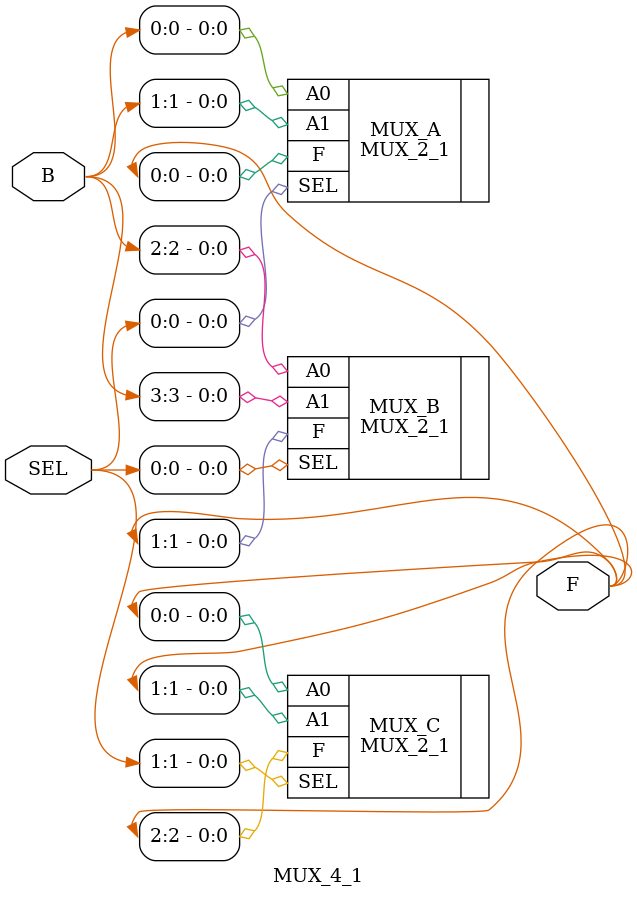
<source format=sv>
`timescale 1ns / 1ps

module MUX_4_1(
    input   [0:3] B,
    input  [0:1] SEL,
    output  [0:2] F     //using [0:a] syntax to develop good coding habits
    );
    
    MUX_2_1 MUX_A (     //instantiating 2x1 MUX in this file to be used to create a 4x1 MUX
        .A0     (B[0]),
        .A1     (B[1]),
        .SEL    (SEL[0]),
        .F      (F[0])        
    );
    
    MUX_2_1 MUX_B (
        .A0     (B[2]),
        .A1     (B[3]),
        .SEL    (SEL[0]),
        .F      (F[1])       //F[0] and F[1] are created to control the final MUX 
    );
    
    MUX_2_1 MUX_C (
        .A0     (F[0]),
        .A1     (F[1]),
        .SEL    (SEL[1]),
        .F      (F[2])      //F[2] is the output of the entire MUX  
    );
    
endmodule
</source>
